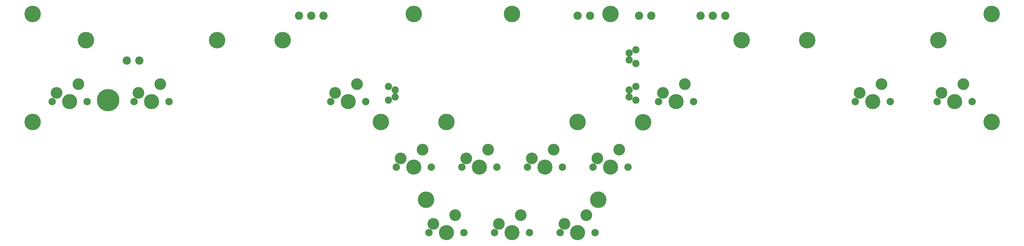
<source format=gts>
G04 #@! TF.GenerationSoftware,KiCad,Pcbnew,7.0.1-0*
G04 #@! TF.CreationDate,2023-04-15T21:18:13+09:00*
G04 #@! TF.ProjectId,Sandy_Middle,53616e64-795f-44d6-9964-646c652e6b69,v.0*
G04 #@! TF.SameCoordinates,Original*
G04 #@! TF.FileFunction,Soldermask,Top*
G04 #@! TF.FilePolarity,Negative*
%FSLAX46Y46*%
G04 Gerber Fmt 4.6, Leading zero omitted, Abs format (unit mm)*
G04 Created by KiCad (PCBNEW 7.0.1-0) date 2023-04-15 21:18:13*
%MOMM*%
%LPD*%
G01*
G04 APERTURE LIST*
%ADD10C,4.800000*%
%ADD11C,2.150000*%
%ADD12C,3.400000*%
%ADD13C,4.387800*%
%ADD14C,6.496000*%
%ADD15O,2.100000X2.100000*%
%ADD16C,2.400000*%
G04 APERTURE END LIST*
D10*
X78208435Y-31765905D03*
X303236560Y-24133530D03*
D11*
X177903435Y-87725280D03*
D12*
X179173435Y-85185280D03*
D13*
X182983435Y-87725280D03*
D12*
X185523435Y-82645280D03*
D11*
X188063435Y-87725280D03*
D10*
X202033435Y-55625280D03*
D14*
X46585435Y-49244280D03*
D11*
X206478435Y-49625280D03*
D12*
X207748435Y-47085280D03*
D13*
X211558435Y-49625280D03*
D12*
X214098435Y-44545280D03*
D11*
X216638435Y-49625280D03*
X187428435Y-68675280D03*
D12*
X188698435Y-66135280D03*
D13*
X192508435Y-68675280D03*
D12*
X195048435Y-63595280D03*
D11*
X197588435Y-68675280D03*
X130278435Y-68700320D03*
D12*
X131548435Y-66160320D03*
D13*
X135358435Y-68700320D03*
D12*
X137898435Y-63620320D03*
D11*
X140438435Y-68700320D03*
D10*
X303236560Y-55587780D03*
D11*
X168378435Y-68675280D03*
D12*
X169648435Y-66135280D03*
D13*
X173458435Y-68675280D03*
D12*
X175998435Y-63595280D03*
D11*
X178538435Y-68675280D03*
D10*
X138930310Y-78200280D03*
D11*
X149328435Y-68675280D03*
D12*
X150598435Y-66135280D03*
D13*
X154408435Y-68675280D03*
D12*
X156948435Y-63595280D03*
D11*
X159488435Y-68675280D03*
X263628435Y-49625280D03*
D12*
X264898435Y-47085280D03*
D13*
X268708435Y-49625280D03*
D12*
X271248435Y-44545280D03*
D11*
X273788435Y-49625280D03*
D10*
X249658435Y-31765905D03*
X188936560Y-78200280D03*
X24630310Y-55587780D03*
D11*
X111228435Y-49625280D03*
D12*
X112498435Y-47085280D03*
D13*
X116308435Y-49625280D03*
D12*
X118848435Y-44545280D03*
D11*
X121388435Y-49625280D03*
D10*
X163933435Y-24133530D03*
X125833435Y-55578405D03*
X24630310Y-24133530D03*
D11*
X139803435Y-87725280D03*
D12*
X141073435Y-85185280D03*
D13*
X144883435Y-87725280D03*
D12*
X147423435Y-82645280D03*
D11*
X149963435Y-87725280D03*
X158853435Y-87725280D03*
D12*
X160123435Y-85185280D03*
D13*
X163933435Y-87725280D03*
D12*
X166473435Y-82645280D03*
D11*
X169013435Y-87725280D03*
X30265935Y-49625280D03*
D12*
X31535935Y-47085280D03*
D13*
X35345935Y-49625280D03*
D12*
X37885935Y-44545280D03*
D11*
X40425935Y-49625280D03*
X54078435Y-49625280D03*
D12*
X55348435Y-47085280D03*
D13*
X59158435Y-49625280D03*
D12*
X61698435Y-44545280D03*
D11*
X64238435Y-49625280D03*
X287440935Y-49625280D03*
D12*
X288710935Y-47085280D03*
D13*
X292520935Y-49625280D03*
D12*
X295060935Y-44545280D03*
D11*
X297600935Y-49625280D03*
D15*
X199852185Y-49244030D03*
X197952185Y-48244030D03*
X197952185Y-46244030D03*
X199852185Y-45244030D03*
D16*
X182983435Y-24622155D03*
D10*
X192508435Y-24133530D03*
D16*
X102020935Y-24622155D03*
X55586560Y-37719030D03*
D10*
X144883435Y-55578405D03*
X40108435Y-31765905D03*
D16*
X105592810Y-24622155D03*
D10*
X135358435Y-24133530D03*
D16*
X52014685Y-37719030D03*
X218702185Y-24622155D03*
D10*
X97258435Y-31765905D03*
X182983435Y-55578405D03*
D15*
X128014685Y-45244030D03*
X129914685Y-46244030D03*
X129914685Y-48244030D03*
X128014685Y-49244030D03*
D10*
X230608435Y-31765905D03*
D15*
X199852185Y-38528405D03*
X197952185Y-37528405D03*
X197952185Y-35528405D03*
X199852185Y-34528405D03*
D16*
X186555310Y-24622155D03*
X204414685Y-24622155D03*
X225845935Y-24622155D03*
X109164685Y-24622155D03*
X200842810Y-24622155D03*
D10*
X287758435Y-31765905D03*
D16*
X222274060Y-24622155D03*
M02*

</source>
